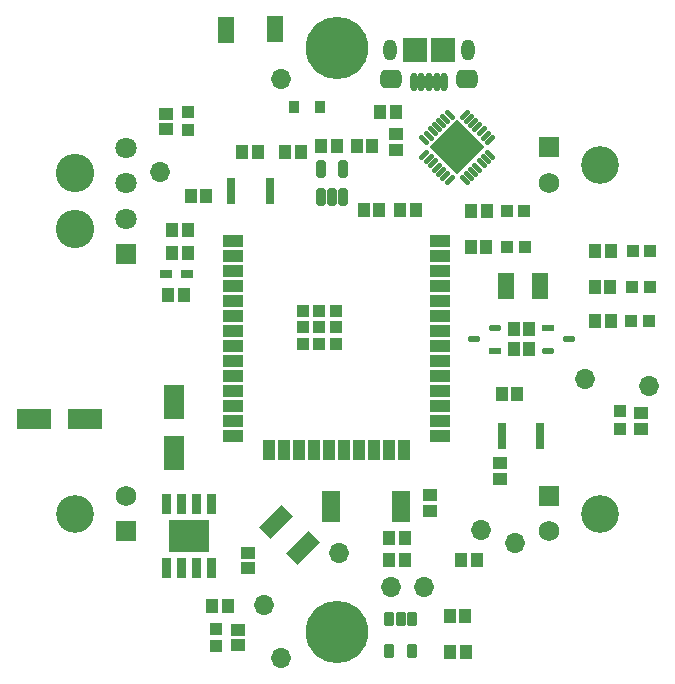
<source format=gts>
G04*
G04 #@! TF.GenerationSoftware,Altium Limited,Altium Designer,23.0.1 (38)*
G04*
G04 Layer_Color=8388736*
%FSLAX25Y25*%
%MOIN*%
G70*
G04*
G04 #@! TF.SameCoordinates,07299077-2F5B-483E-86E5-57BC813F48C1*
G04*
G04*
G04 #@! TF.FilePolarity,Negative*
G04*
G01*
G75*
%ADD29R,0.05512X0.08661*%
%ADD33R,0.04154X0.02057*%
G04:AMPARAMS|DCode=34|XSize=41.54mil|YSize=20.57mil|CornerRadius=10.29mil|HoleSize=0mil|Usage=FLASHONLY|Rotation=0.000|XOffset=0mil|YOffset=0mil|HoleType=Round|Shape=RoundedRectangle|*
%AMROUNDEDRECTD34*
21,1,0.04154,0.00000,0,0,0.0*
21,1,0.02098,0.02057,0,0,0.0*
1,1,0.02057,0.01049,0.00000*
1,1,0.02057,-0.01049,0.00000*
1,1,0.02057,-0.01049,0.00000*
1,1,0.02057,0.01049,0.00000*
%
%ADD34ROUNDEDRECTD34*%
%ADD48R,0.03950X0.03950*%
%ADD49R,0.03950X0.03950*%
%ADD50R,0.04737X0.04343*%
%ADD51R,0.04147X0.04540*%
%ADD52R,0.07099X0.11824*%
%ADD53R,0.04343X0.04343*%
%ADD54R,0.06706X0.04343*%
%ADD55R,0.04343X0.06706*%
%ADD56P,0.18559X4X360.0*%
%ADD57R,0.04343X0.04737*%
G04:AMPARAMS|DCode=58|XSize=15.87mil|YSize=41.47mil|CornerRadius=0mil|HoleSize=0mil|Usage=FLASHONLY|Rotation=45.000|XOffset=0mil|YOffset=0mil|HoleType=Round|Shape=Round|*
%AMOVALD58*
21,1,0.02559,0.01587,0.00000,0.00000,135.0*
1,1,0.01587,0.00905,-0.00905*
1,1,0.01587,-0.00905,0.00905*
%
%ADD58OVALD58*%

G04:AMPARAMS|DCode=59|XSize=15.87mil|YSize=41.47mil|CornerRadius=0mil|HoleSize=0mil|Usage=FLASHONLY|Rotation=315.000|XOffset=0mil|YOffset=0mil|HoleType=Round|Shape=Round|*
%AMOVALD59*
21,1,0.02559,0.01587,0.00000,0.00000,45.0*
1,1,0.01587,-0.00905,-0.00905*
1,1,0.01587,0.00905,0.00905*
%
%ADD59OVALD59*%

%ADD60R,0.11824X0.07099*%
%ADD61R,0.03261X0.04068*%
%ADD62R,0.04540X0.04147*%
%ADD63R,0.08280X0.07887*%
G04:AMPARAMS|DCode=64|XSize=70.99mil|YSize=63.12mil|CornerRadius=17.78mil|HoleSize=0mil|Usage=FLASHONLY|Rotation=180.000|XOffset=0mil|YOffset=0mil|HoleType=Round|Shape=RoundedRectangle|*
%AMROUNDEDRECTD64*
21,1,0.07099,0.02756,0,0,180.0*
21,1,0.03543,0.06312,0,0,180.0*
1,1,0.03556,-0.01772,0.01378*
1,1,0.03556,0.01772,0.01378*
1,1,0.03556,0.01772,-0.01378*
1,1,0.03556,-0.01772,-0.01378*
%
%ADD64ROUNDEDRECTD64*%
%ADD65O,0.02375X0.06115*%
%ADD66R,0.02965X0.08674*%
%ADD67R,0.03950X0.02769*%
G04:AMPARAMS|DCode=68|XSize=53.28mil|YSize=106.42mil|CornerRadius=0mil|HoleSize=0mil|Usage=FLASHONLY|Rotation=135.000|XOffset=0mil|YOffset=0mil|HoleType=Round|Shape=Rectangle|*
%AMROTATEDRECTD68*
4,1,4,0.05646,0.01879,-0.01879,-0.05646,-0.05646,-0.01879,0.01879,0.05646,0.05646,0.01879,0.0*
%
%ADD68ROTATEDRECTD68*%

%ADD69R,0.06312X0.02572*%
G04:AMPARAMS|DCode=70|XSize=31.62mil|YSize=47.37mil|CornerRadius=6.01mil|HoleSize=0mil|Usage=FLASHONLY|Rotation=0.000|XOffset=0mil|YOffset=0mil|HoleType=Round|Shape=RoundedRectangle|*
%AMROUNDEDRECTD70*
21,1,0.03162,0.03535,0,0,0.0*
21,1,0.01961,0.04737,0,0,0.0*
1,1,0.01202,0.00980,-0.01768*
1,1,0.01202,-0.00980,-0.01768*
1,1,0.01202,-0.00980,0.01768*
1,1,0.01202,0.00980,0.01768*
%
%ADD70ROUNDEDRECTD70*%
G04:AMPARAMS|DCode=71|XSize=61.15mil|YSize=31.62mil|CornerRadius=6.95mil|HoleSize=0mil|Usage=FLASHONLY|Rotation=90.000|XOffset=0mil|YOffset=0mil|HoleType=Round|Shape=RoundedRectangle|*
%AMROUNDEDRECTD71*
21,1,0.06115,0.01772,0,0,90.0*
21,1,0.04724,0.03162,0,0,90.0*
1,1,0.01391,0.00886,0.02362*
1,1,0.01391,0.00886,-0.02362*
1,1,0.01391,-0.00886,-0.02362*
1,1,0.01391,-0.00886,0.02362*
%
%ADD71ROUNDEDRECTD71*%
%ADD72O,0.06706X0.06706*%
%ADD73O,0.06706X0.06706*%
%ADD74R,0.06824X0.06824*%
%ADD75C,0.06824*%
%ADD76C,0.12611*%
%ADD77C,0.20800*%
%ADD78R,0.07119X0.07119*%
%ADD79C,0.07119*%
%ADD80C,0.12808*%
%ADD81O,0.04343X0.07099*%
%ADD82C,0.02769*%
G36*
X52855Y9833D02*
X52855Y9843D01*
X52857Y9854D01*
X52859Y9864D01*
X52861Y9874D01*
X52864Y9884D01*
X52867Y9893D01*
X52871Y9903D01*
X52876Y9912D01*
X52881Y9921D01*
X52886Y9930D01*
X52892Y9939D01*
X52898Y9947D01*
X52905Y9955D01*
X52912Y9962D01*
X52920Y9969D01*
X52927Y9976D01*
X52935Y9982D01*
X52944Y9988D01*
X52953Y9993D01*
X52962Y9998D01*
X52971Y10003D01*
X52981Y10007D01*
X52990Y10010D01*
X53000Y10013D01*
X53010Y10015D01*
X53020Y10017D01*
X53031Y10019D01*
X53041Y10019D01*
X53051Y10020D01*
X55571D01*
X55581Y10019D01*
X55591Y10019D01*
X55602Y10017D01*
X55612Y10015D01*
X55622Y10013D01*
X55632Y10010D01*
X55641Y10007D01*
X55651Y10003D01*
X55660Y9998D01*
X55669Y9993D01*
X55678Y9988D01*
X55687Y9982D01*
X55695Y9976D01*
X55703Y9969D01*
X55710Y9962D01*
X55717Y9955D01*
X55724Y9947D01*
X55730Y9939D01*
X55736Y9930D01*
X55741Y9921D01*
X55746Y9912D01*
X55751Y9903D01*
X55755Y9893D01*
X55758Y9884D01*
X55761Y9874D01*
X55763Y9864D01*
X55765Y9854D01*
X55767Y9843D01*
X55767Y9833D01*
X55768Y9823D01*
Y3563D01*
X55767Y3553D01*
X55767Y3542D01*
X55765Y3532D01*
X55763Y3522D01*
X55761Y3512D01*
X55758Y3502D01*
X55755Y3492D01*
X55751Y3483D01*
X55746Y3474D01*
X55741Y3465D01*
X55736Y3456D01*
X55730Y3447D01*
X55724Y3439D01*
X55717Y3431D01*
X55710Y3424D01*
X55703Y3417D01*
X55695Y3410D01*
X55687Y3404D01*
X55678Y3398D01*
X55669Y3393D01*
X55660Y3388D01*
X55651Y3383D01*
X55641Y3379D01*
X55632Y3376D01*
X55622Y3373D01*
X55612Y3370D01*
X55602Y3369D01*
X55591Y3367D01*
X55581Y3366D01*
X55571Y3366D01*
X53051Y3366D01*
X53041Y3366D01*
X53031Y3367D01*
X53020Y3369D01*
X53010Y3370D01*
X53000Y3373D01*
X52990Y3376D01*
X52981Y3379D01*
X52971Y3383D01*
X52962Y3388D01*
X52953Y3393D01*
X52944Y3398D01*
X52935Y3404D01*
X52927Y3410D01*
X52920Y3417D01*
X52912Y3424D01*
X52905Y3431D01*
X52898Y3439D01*
X52892Y3447D01*
X52886Y3456D01*
X52881Y3465D01*
X52876Y3474D01*
X52871Y3483D01*
X52867Y3492D01*
X52864Y3502D01*
X52861Y3512D01*
X52859Y3522D01*
X52857Y3532D01*
X52855Y3542D01*
X52855Y3553D01*
X52854Y3563D01*
X52854Y9823D01*
X52855Y9833D01*
D02*
G37*
G36*
X57855Y9833D02*
X57855Y9843D01*
X57857Y9854D01*
X57859Y9864D01*
X57861Y9874D01*
X57864Y9884D01*
X57867Y9893D01*
X57871Y9903D01*
X57876Y9912D01*
X57881Y9921D01*
X57886Y9930D01*
X57892Y9939D01*
X57898Y9947D01*
X57905Y9955D01*
X57912Y9962D01*
X57920Y9969D01*
X57927Y9976D01*
X57936Y9982D01*
X57944Y9988D01*
X57953Y9993D01*
X57962Y9998D01*
X57971Y10003D01*
X57981Y10007D01*
X57990Y10010D01*
X58000Y10013D01*
X58010Y10015D01*
X58020Y10017D01*
X58031Y10019D01*
X58041Y10019D01*
X58051Y10020D01*
X60571D01*
X60581Y10019D01*
X60591Y10019D01*
X60602Y10017D01*
X60612Y10015D01*
X60622Y10013D01*
X60632Y10010D01*
X60641Y10007D01*
X60651Y10003D01*
X60660Y9998D01*
X60669Y9993D01*
X60678Y9988D01*
X60687Y9982D01*
X60695Y9976D01*
X60703Y9969D01*
X60710Y9962D01*
X60717Y9955D01*
X60724Y9947D01*
X60730Y9939D01*
X60736Y9930D01*
X60741Y9921D01*
X60746Y9912D01*
X60751Y9903D01*
X60755Y9893D01*
X60758Y9884D01*
X60761Y9874D01*
X60763Y9864D01*
X60765Y9854D01*
X60767Y9843D01*
X60767Y9833D01*
X60768Y9823D01*
Y3563D01*
X60767Y3553D01*
X60767Y3542D01*
X60765Y3532D01*
X60763Y3522D01*
X60761Y3512D01*
X60758Y3502D01*
X60755Y3492D01*
X60751Y3483D01*
X60746Y3474D01*
X60741Y3465D01*
X60736Y3456D01*
X60730Y3447D01*
X60724Y3439D01*
X60717Y3431D01*
X60710Y3424D01*
X60703Y3417D01*
X60695Y3410D01*
X60687Y3404D01*
X60678Y3398D01*
X60669Y3393D01*
X60660Y3388D01*
X60651Y3383D01*
X60641Y3379D01*
X60632Y3376D01*
X60622Y3373D01*
X60612Y3370D01*
X60602Y3369D01*
X60591Y3367D01*
X60581Y3366D01*
X60571Y3366D01*
X58051Y3366D01*
X58041Y3366D01*
X58031Y3367D01*
X58020Y3369D01*
X58010Y3370D01*
X58000Y3373D01*
X57990Y3376D01*
X57981Y3379D01*
X57971Y3383D01*
X57962Y3388D01*
X57953Y3393D01*
X57944Y3398D01*
X57936Y3404D01*
X57927Y3410D01*
X57920Y3417D01*
X57912Y3424D01*
X57905Y3431D01*
X57898Y3439D01*
X57892Y3447D01*
X57886Y3456D01*
X57881Y3465D01*
X57876Y3474D01*
X57871Y3483D01*
X57867Y3492D01*
X57864Y3502D01*
X57861Y3512D01*
X57859Y3522D01*
X57857Y3532D01*
X57855Y3542D01*
X57855Y3553D01*
X57854Y3563D01*
Y9823D01*
X57855Y9833D01*
D02*
G37*
G36*
X62855D02*
X62855Y9843D01*
X62857Y9854D01*
X62859Y9864D01*
X62861Y9874D01*
X62864Y9884D01*
X62867Y9893D01*
X62871Y9903D01*
X62876Y9912D01*
X62881Y9921D01*
X62886Y9930D01*
X62892Y9939D01*
X62898Y9947D01*
X62905Y9955D01*
X62912Y9962D01*
X62919Y9969D01*
X62927Y9976D01*
X62936Y9982D01*
X62944Y9988D01*
X62953Y9993D01*
X62962Y9998D01*
X62971Y10003D01*
X62981Y10007D01*
X62990Y10010D01*
X63000Y10013D01*
X63010Y10015D01*
X63020Y10017D01*
X63031Y10019D01*
X63041Y10019D01*
X63051Y10020D01*
X65571Y10020D01*
X65581Y10019D01*
X65591Y10019D01*
X65602Y10017D01*
X65612Y10015D01*
X65622Y10013D01*
X65632Y10010D01*
X65641Y10007D01*
X65651Y10003D01*
X65660Y9998D01*
X65669Y9993D01*
X65678Y9988D01*
X65687Y9982D01*
X65695Y9976D01*
X65703Y9969D01*
X65710Y9962D01*
X65717Y9955D01*
X65724Y9947D01*
X65730Y9939D01*
X65736Y9930D01*
X65741Y9921D01*
X65746Y9912D01*
X65751Y9903D01*
X65755Y9893D01*
X65758Y9884D01*
X65761Y9874D01*
X65763Y9864D01*
X65765Y9854D01*
X65767Y9843D01*
X65767Y9833D01*
X65768Y9823D01*
X65768Y3563D01*
X65767Y3553D01*
X65767Y3542D01*
X65765Y3532D01*
X65763Y3522D01*
X65761Y3512D01*
X65758Y3502D01*
X65755Y3492D01*
X65751Y3483D01*
X65746Y3474D01*
X65741Y3465D01*
X65736Y3456D01*
X65730Y3447D01*
X65724Y3439D01*
X65717Y3431D01*
X65710Y3424D01*
X65703Y3417D01*
X65695Y3410D01*
X65687Y3404D01*
X65678Y3398D01*
X65669Y3393D01*
X65660Y3388D01*
X65651Y3383D01*
X65641Y3379D01*
X65632Y3376D01*
X65622Y3373D01*
X65612Y3370D01*
X65602Y3369D01*
X65591Y3367D01*
X65581Y3366D01*
X65571Y3366D01*
X63051Y3366D01*
X63041Y3366D01*
X63031Y3367D01*
X63020Y3369D01*
X63010Y3370D01*
X63000Y3373D01*
X62990Y3376D01*
X62981Y3379D01*
X62971Y3383D01*
X62962Y3388D01*
X62953Y3393D01*
X62944Y3398D01*
X62936Y3404D01*
X62927Y3410D01*
X62919Y3417D01*
X62912Y3424D01*
X62905Y3431D01*
X62898Y3439D01*
X62892Y3447D01*
X62886Y3456D01*
X62881Y3465D01*
X62876Y3474D01*
X62871Y3483D01*
X62867Y3492D01*
X62864Y3502D01*
X62861Y3512D01*
X62859Y3522D01*
X62857Y3532D01*
X62855Y3542D01*
X62855Y3553D01*
X62854Y3563D01*
Y9823D01*
X62855Y9833D01*
D02*
G37*
G36*
X67855Y9833D02*
X67855Y9843D01*
X67857Y9854D01*
X67859Y9864D01*
X67861Y9874D01*
X67864Y9884D01*
X67867Y9893D01*
X67871Y9903D01*
X67876Y9912D01*
X67881Y9921D01*
X67886Y9930D01*
X67892Y9939D01*
X67898Y9947D01*
X67905Y9955D01*
X67912Y9962D01*
X67919Y9969D01*
X67927Y9976D01*
X67936Y9982D01*
X67944Y9988D01*
X67953Y9993D01*
X67962Y9998D01*
X67971Y10003D01*
X67981Y10007D01*
X67990Y10010D01*
X68000Y10013D01*
X68010Y10015D01*
X68020Y10017D01*
X68031Y10019D01*
X68041Y10019D01*
X68051Y10020D01*
X70571D01*
X70581Y10019D01*
X70591Y10019D01*
X70602Y10017D01*
X70612Y10015D01*
X70622Y10013D01*
X70632Y10010D01*
X70641Y10007D01*
X70651Y10003D01*
X70660Y9998D01*
X70669Y9993D01*
X70678Y9988D01*
X70687Y9982D01*
X70695Y9976D01*
X70703Y9969D01*
X70710Y9962D01*
X70717Y9955D01*
X70724Y9947D01*
X70730Y9939D01*
X70736Y9930D01*
X70741Y9921D01*
X70746Y9912D01*
X70751Y9903D01*
X70755Y9893D01*
X70758Y9884D01*
X70761Y9874D01*
X70763Y9864D01*
X70765Y9854D01*
X70767Y9843D01*
X70767Y9833D01*
X70768Y9823D01*
X70768Y3563D01*
X70767Y3553D01*
X70767Y3542D01*
X70765Y3532D01*
X70763Y3522D01*
X70761Y3512D01*
X70758Y3502D01*
X70755Y3492D01*
X70751Y3483D01*
X70746Y3474D01*
X70741Y3465D01*
X70736Y3456D01*
X70730Y3447D01*
X70724Y3439D01*
X70717Y3431D01*
X70710Y3424D01*
X70703Y3417D01*
X70695Y3410D01*
X70687Y3404D01*
X70678Y3398D01*
X70669Y3393D01*
X70660Y3388D01*
X70651Y3383D01*
X70641Y3379D01*
X70632Y3376D01*
X70622Y3373D01*
X70612Y3370D01*
X70602Y3369D01*
X70591Y3367D01*
X70581Y3366D01*
X70571Y3366D01*
X68051D01*
X68041Y3366D01*
X68031Y3367D01*
X68020Y3369D01*
X68010Y3370D01*
X68000Y3373D01*
X67990Y3376D01*
X67981Y3379D01*
X67971Y3383D01*
X67962Y3388D01*
X67953Y3393D01*
X67944Y3398D01*
X67936Y3404D01*
X67927Y3410D01*
X67919Y3417D01*
X67912Y3424D01*
X67905Y3431D01*
X67898Y3439D01*
X67892Y3447D01*
X67886Y3456D01*
X67881Y3465D01*
X67876Y3474D01*
X67871Y3483D01*
X67867Y3492D01*
X67864Y3502D01*
X67861Y3512D01*
X67859Y3522D01*
X67857Y3532D01*
X67855Y3542D01*
X67855Y3553D01*
X67854Y3563D01*
Y9823D01*
X67855Y9833D01*
D02*
G37*
G36*
X70581Y31279D02*
X70591Y31278D01*
X70602Y31277D01*
X70612Y31275D01*
X70622Y31273D01*
X70632Y31270D01*
X70641Y31266D01*
X70651Y31262D01*
X70660Y31258D01*
X70669Y31253D01*
X70678Y31248D01*
X70687Y31242D01*
X70695Y31236D01*
X70703Y31229D01*
X70710Y31222D01*
X70717Y31214D01*
X70724Y31207D01*
X70730Y31198D01*
X70736Y31190D01*
X70741Y31181D01*
X70746Y31172D01*
X70751Y31163D01*
X70755Y31153D01*
X70758Y31144D01*
X70761Y31134D01*
X70763Y31124D01*
X70765Y31113D01*
X70767Y31103D01*
X70767Y31093D01*
X70768Y31083D01*
X70768Y24823D01*
X70767Y24813D01*
X70767Y24802D01*
X70765Y24792D01*
X70763Y24782D01*
X70761Y24772D01*
X70758Y24762D01*
X70755Y24752D01*
X70751Y24743D01*
X70746Y24734D01*
X70741Y24724D01*
X70736Y24716D01*
X70730Y24707D01*
X70724Y24699D01*
X70717Y24691D01*
X70710Y24684D01*
X70703Y24677D01*
X70695Y24670D01*
X70687Y24664D01*
X70678Y24658D01*
X70669Y24652D01*
X70660Y24647D01*
X70651Y24643D01*
X70641Y24639D01*
X70632Y24636D01*
X70622Y24633D01*
X70612Y24630D01*
X70602Y24628D01*
X70591Y24627D01*
X70581Y24626D01*
X70571Y24626D01*
X68051D01*
X68041Y24626D01*
X68031Y24627D01*
X68020Y24628D01*
X68010Y24630D01*
X68000Y24633D01*
X67990Y24636D01*
X67981Y24639D01*
X67971Y24643D01*
X67962Y24647D01*
X67953Y24652D01*
X67944Y24658D01*
X67936Y24664D01*
X67927Y24670D01*
X67919Y24677D01*
X67912Y24684D01*
X67905Y24691D01*
X67898Y24699D01*
X67892Y24707D01*
X67886Y24716D01*
X67881Y24724D01*
X67876Y24734D01*
X67871Y24743D01*
X67867Y24752D01*
X67864Y24762D01*
X67861Y24772D01*
X67859Y24782D01*
X67857Y24792D01*
X67855Y24802D01*
X67855Y24813D01*
X67854Y24823D01*
Y31083D01*
X67855Y31093D01*
X67855Y31103D01*
X67857Y31113D01*
X67859Y31124D01*
X67861Y31134D01*
X67864Y31144D01*
X67867Y31153D01*
X67871Y31163D01*
X67876Y31172D01*
X67881Y31181D01*
X67886Y31190D01*
X67892Y31198D01*
X67898Y31207D01*
X67905Y31214D01*
X67912Y31222D01*
X67919Y31229D01*
X67927Y31236D01*
X67936Y31242D01*
X67944Y31248D01*
X67953Y31253D01*
X67962Y31258D01*
X67971Y31262D01*
X67981Y31266D01*
X67990Y31270D01*
X68000Y31273D01*
X68010Y31275D01*
X68020Y31277D01*
X68031Y31278D01*
X68041Y31279D01*
X68051Y31280D01*
X70571D01*
X70581Y31279D01*
D02*
G37*
G36*
X65581Y31279D02*
X65591Y31278D01*
X65602Y31277D01*
X65612Y31275D01*
X65622Y31273D01*
X65632Y31270D01*
X65641Y31266D01*
X65651Y31262D01*
X65660Y31258D01*
X65669Y31253D01*
X65678Y31248D01*
X65687Y31242D01*
X65695Y31236D01*
X65703Y31229D01*
X65710Y31222D01*
X65717Y31214D01*
X65724Y31207D01*
X65730Y31198D01*
X65736Y31190D01*
X65741Y31181D01*
X65746Y31172D01*
X65751Y31163D01*
X65755Y31153D01*
X65758Y31144D01*
X65761Y31134D01*
X65763Y31124D01*
X65765Y31113D01*
X65767Y31103D01*
X65767Y31093D01*
X65768Y31083D01*
X65768Y24823D01*
X65767Y24813D01*
X65767Y24802D01*
X65765Y24792D01*
X65763Y24782D01*
X65761Y24772D01*
X65758Y24762D01*
X65755Y24752D01*
X65751Y24743D01*
X65746Y24734D01*
X65741Y24724D01*
X65736Y24716D01*
X65730Y24707D01*
X65724Y24699D01*
X65717Y24691D01*
X65710Y24684D01*
X65703Y24677D01*
X65695Y24670D01*
X65687Y24664D01*
X65678Y24658D01*
X65669Y24652D01*
X65660Y24647D01*
X65651Y24643D01*
X65641Y24639D01*
X65632Y24636D01*
X65622Y24633D01*
X65612Y24630D01*
X65602Y24628D01*
X65591Y24627D01*
X65581Y24626D01*
X65571Y24626D01*
X63051D01*
X63041Y24626D01*
X63031Y24627D01*
X63020Y24628D01*
X63010Y24630D01*
X63000Y24633D01*
X62990Y24636D01*
X62981Y24639D01*
X62971Y24643D01*
X62962Y24647D01*
X62953Y24652D01*
X62944Y24658D01*
X62936Y24664D01*
X62927Y24670D01*
X62919Y24677D01*
X62912Y24684D01*
X62905Y24691D01*
X62898Y24699D01*
X62892Y24707D01*
X62886Y24716D01*
X62881Y24724D01*
X62876Y24734D01*
X62871Y24743D01*
X62867Y24752D01*
X62864Y24762D01*
X62861Y24772D01*
X62859Y24782D01*
X62857Y24792D01*
X62855Y24802D01*
X62855Y24813D01*
X62854Y24823D01*
Y31083D01*
X62855Y31093D01*
X62855Y31103D01*
X62857Y31113D01*
X62859Y31124D01*
X62861Y31134D01*
X62864Y31144D01*
X62867Y31153D01*
X62871Y31163D01*
X62876Y31172D01*
X62881Y31181D01*
X62886Y31190D01*
X62892Y31198D01*
X62898Y31207D01*
X62905Y31214D01*
X62912Y31222D01*
X62919Y31229D01*
X62927Y31236D01*
X62936Y31242D01*
X62944Y31248D01*
X62953Y31253D01*
X62962Y31258D01*
X62971Y31262D01*
X62981Y31266D01*
X62990Y31270D01*
X63000Y31273D01*
X63010Y31275D01*
X63020Y31277D01*
X63031Y31278D01*
X63041Y31279D01*
X63051Y31280D01*
X65571Y31280D01*
X65581Y31279D01*
D02*
G37*
G36*
X60581Y31279D02*
X60591Y31278D01*
X60602Y31277D01*
X60612Y31275D01*
X60622Y31273D01*
X60632Y31270D01*
X60641Y31266D01*
X60651Y31262D01*
X60660Y31258D01*
X60669Y31253D01*
X60678Y31248D01*
X60687Y31242D01*
X60695Y31236D01*
X60703Y31229D01*
X60710Y31222D01*
X60717Y31214D01*
X60724Y31207D01*
X60730Y31198D01*
X60736Y31190D01*
X60741Y31181D01*
X60746Y31172D01*
X60751Y31163D01*
X60755Y31153D01*
X60758Y31144D01*
X60761Y31134D01*
X60763Y31124D01*
X60765Y31113D01*
X60767Y31103D01*
X60767Y31093D01*
X60768Y31083D01*
X60768Y24823D01*
X60767Y24813D01*
X60767Y24802D01*
X60765Y24792D01*
X60763Y24782D01*
X60761Y24772D01*
X60758Y24762D01*
X60755Y24752D01*
X60751Y24743D01*
X60746Y24734D01*
X60741Y24724D01*
X60736Y24716D01*
X60730Y24707D01*
X60724Y24699D01*
X60717Y24691D01*
X60710Y24684D01*
X60703Y24677D01*
X60695Y24670D01*
X60687Y24664D01*
X60678Y24658D01*
X60669Y24652D01*
X60660Y24647D01*
X60651Y24643D01*
X60641Y24639D01*
X60632Y24636D01*
X60622Y24633D01*
X60612Y24630D01*
X60602Y24628D01*
X60591Y24627D01*
X60581Y24626D01*
X60571Y24626D01*
X58051D01*
X58041Y24626D01*
X58031Y24627D01*
X58020Y24628D01*
X58010Y24630D01*
X58000Y24633D01*
X57990Y24636D01*
X57981Y24639D01*
X57971Y24643D01*
X57962Y24647D01*
X57953Y24652D01*
X57944Y24658D01*
X57936Y24664D01*
X57927Y24670D01*
X57920Y24677D01*
X57912Y24684D01*
X57905Y24691D01*
X57898Y24699D01*
X57892Y24707D01*
X57886Y24716D01*
X57881Y24724D01*
X57876Y24734D01*
X57871Y24743D01*
X57867Y24752D01*
X57864Y24762D01*
X57861Y24772D01*
X57859Y24782D01*
X57857Y24792D01*
X57855Y24802D01*
X57855Y24813D01*
X57854Y24823D01*
X57854Y31083D01*
X57855Y31093D01*
X57855Y31103D01*
X57857Y31113D01*
X57859Y31124D01*
X57861Y31134D01*
X57864Y31144D01*
X57867Y31153D01*
X57871Y31163D01*
X57876Y31172D01*
X57881Y31181D01*
X57886Y31190D01*
X57892Y31198D01*
X57898Y31207D01*
X57905Y31214D01*
X57912Y31222D01*
X57920Y31229D01*
X57927Y31236D01*
X57936Y31242D01*
X57944Y31248D01*
X57953Y31253D01*
X57962Y31258D01*
X57971Y31262D01*
X57981Y31266D01*
X57990Y31270D01*
X58000Y31273D01*
X58010Y31275D01*
X58020Y31277D01*
X58031Y31278D01*
X58041Y31279D01*
X58051Y31280D01*
X60571D01*
X60581Y31279D01*
D02*
G37*
G36*
X55581Y31279D02*
X55591Y31278D01*
X55602Y31277D01*
X55612Y31275D01*
X55622Y31273D01*
X55632Y31270D01*
X55641Y31266D01*
X55651Y31262D01*
X55660Y31258D01*
X55669Y31253D01*
X55678Y31248D01*
X55687Y31242D01*
X55695Y31236D01*
X55703Y31229D01*
X55710Y31222D01*
X55717Y31214D01*
X55724Y31207D01*
X55730Y31198D01*
X55736Y31190D01*
X55741Y31181D01*
X55746Y31172D01*
X55751Y31163D01*
X55755Y31153D01*
X55758Y31144D01*
X55761Y31134D01*
X55763Y31124D01*
X55765Y31113D01*
X55767Y31103D01*
X55767Y31093D01*
X55768Y31083D01*
X55768Y24823D01*
X55767Y24813D01*
X55767Y24802D01*
X55765Y24792D01*
X55763Y24782D01*
X55761Y24772D01*
X55758Y24762D01*
X55755Y24752D01*
X55751Y24743D01*
X55746Y24734D01*
X55741Y24724D01*
X55736Y24716D01*
X55730Y24707D01*
X55724Y24699D01*
X55717Y24691D01*
X55710Y24684D01*
X55703Y24677D01*
X55695Y24670D01*
X55687Y24664D01*
X55678Y24658D01*
X55669Y24652D01*
X55660Y24647D01*
X55651Y24643D01*
X55641Y24639D01*
X55632Y24636D01*
X55622Y24633D01*
X55612Y24630D01*
X55602Y24628D01*
X55591Y24627D01*
X55581Y24626D01*
X55571Y24626D01*
X53051D01*
X53041Y24626D01*
X53031Y24627D01*
X53020Y24628D01*
X53010Y24630D01*
X53000Y24633D01*
X52990Y24636D01*
X52981Y24639D01*
X52971Y24643D01*
X52962Y24647D01*
X52953Y24652D01*
X52944Y24658D01*
X52935Y24664D01*
X52927Y24670D01*
X52919Y24677D01*
X52912Y24684D01*
X52905Y24691D01*
X52898Y24699D01*
X52892Y24707D01*
X52886Y24716D01*
X52881Y24724D01*
X52876Y24734D01*
X52871Y24743D01*
X52867Y24752D01*
X52864Y24762D01*
X52861Y24772D01*
X52859Y24782D01*
X52857Y24792D01*
X52855Y24802D01*
X52855Y24813D01*
X52854Y24823D01*
Y31083D01*
X52855Y31093D01*
X52855Y31103D01*
X52857Y31113D01*
X52859Y31124D01*
X52861Y31134D01*
X52864Y31144D01*
X52867Y31153D01*
X52871Y31163D01*
X52876Y31172D01*
X52881Y31181D01*
X52886Y31190D01*
X52892Y31198D01*
X52898Y31207D01*
X52905Y31214D01*
X52912Y31222D01*
X52919Y31229D01*
X52927Y31236D01*
X52935Y31242D01*
X52944Y31248D01*
X52953Y31253D01*
X52962Y31258D01*
X52971Y31262D01*
X52981Y31266D01*
X52990Y31270D01*
X53000Y31273D01*
X53010Y31275D01*
X53020Y31277D01*
X53031Y31278D01*
X53041Y31279D01*
X53051Y31280D01*
X55571D01*
X55581Y31279D01*
D02*
G37*
G36*
X68504Y11988D02*
X55118Y11988D01*
Y22658D01*
X68504D01*
X68504Y11988D01*
D02*
G37*
D29*
X74016Y185827D02*
D03*
X178740Y100787D02*
D03*
X90551Y186221D02*
D03*
X167323Y100787D02*
D03*
D33*
X181496Y86614D02*
D03*
X163779Y79134D02*
D03*
D34*
X181496D02*
D03*
X188390Y82874D02*
D03*
X163779Y86614D02*
D03*
X156886Y82874D02*
D03*
D48*
X215551Y112205D02*
D03*
X209646D02*
D03*
X209449Y100394D02*
D03*
X215354D02*
D03*
X173622Y113779D02*
D03*
X167717D02*
D03*
X167618Y125591D02*
D03*
X173524D02*
D03*
X215158Y88976D02*
D03*
X209252D02*
D03*
D49*
X61417Y152756D02*
D03*
Y158661D02*
D03*
X70866Y-13583D02*
D03*
Y-19488D02*
D03*
X205512Y52953D02*
D03*
Y58858D02*
D03*
D50*
X165354Y41634D02*
D03*
Y36319D02*
D03*
X130709Y151181D02*
D03*
Y145866D02*
D03*
X142126Y30906D02*
D03*
Y25591D02*
D03*
X81496Y11811D02*
D03*
Y6496D02*
D03*
D51*
X117717Y147244D02*
D03*
X122835D02*
D03*
X197047Y100394D02*
D03*
X202165D02*
D03*
X170079Y86221D02*
D03*
X175197D02*
D03*
Y79528D02*
D03*
X170079D02*
D03*
X202362Y112205D02*
D03*
X197244D02*
D03*
X202362Y88976D02*
D03*
X197244D02*
D03*
X165945Y64567D02*
D03*
X171063D02*
D03*
X161024Y125591D02*
D03*
X155905D02*
D03*
X155709Y113779D02*
D03*
X160827D02*
D03*
X67520Y130709D02*
D03*
X62402D02*
D03*
X153740Y-9449D02*
D03*
X148622D02*
D03*
X133661Y16535D02*
D03*
X128543D02*
D03*
X125197Y125984D02*
D03*
X120079D02*
D03*
X111024Y147244D02*
D03*
X105905D02*
D03*
X74606Y-5906D02*
D03*
X69488D02*
D03*
D52*
X56693Y45079D02*
D03*
Y62008D02*
D03*
D53*
X110650Y81378D02*
D03*
X105138D02*
D03*
X99626D02*
D03*
X110650Y86890D02*
D03*
X105138D02*
D03*
X99626D02*
D03*
X110650Y92402D02*
D03*
X105138D02*
D03*
X99626D02*
D03*
D54*
X145492Y115787D02*
D03*
Y110787D02*
D03*
Y105787D02*
D03*
Y100787D02*
D03*
Y95787D02*
D03*
Y90787D02*
D03*
Y85787D02*
D03*
Y80787D02*
D03*
Y75787D02*
D03*
Y70787D02*
D03*
Y65787D02*
D03*
Y60787D02*
D03*
Y55787D02*
D03*
Y50787D02*
D03*
X76595D02*
D03*
Y55787D02*
D03*
Y60787D02*
D03*
Y65787D02*
D03*
Y70787D02*
D03*
Y75787D02*
D03*
Y80787D02*
D03*
Y85787D02*
D03*
Y90787D02*
D03*
Y95787D02*
D03*
Y100787D02*
D03*
Y105787D02*
D03*
Y110787D02*
D03*
Y115787D02*
D03*
D55*
X133563Y45866D02*
D03*
X128563D02*
D03*
X123563D02*
D03*
X118563D02*
D03*
X113563D02*
D03*
X108563D02*
D03*
X103563D02*
D03*
X98563D02*
D03*
X93563D02*
D03*
X88563D02*
D03*
D56*
X151181Y146850D02*
D03*
D57*
X130610Y158661D02*
D03*
X125295D02*
D03*
X99016Y145276D02*
D03*
X93701D02*
D03*
X54921Y97638D02*
D03*
X60236D02*
D03*
X56102Y119291D02*
D03*
X61417D02*
D03*
X56004Y111811D02*
D03*
X61319D02*
D03*
X84646Y145276D02*
D03*
X79331D02*
D03*
X148819Y-21260D02*
D03*
X154134D02*
D03*
X128543Y9449D02*
D03*
X133858D02*
D03*
X152461D02*
D03*
X157776D02*
D03*
X137303Y125984D02*
D03*
X131988D02*
D03*
D58*
X148606Y157777D02*
D03*
X147214Y156385D02*
D03*
X145822Y154993D02*
D03*
X144430Y153601D02*
D03*
X143038Y152209D02*
D03*
X141646Y150817D02*
D03*
X140254Y149425D02*
D03*
X153756Y135924D02*
D03*
X155148Y137316D02*
D03*
X156540Y138707D02*
D03*
X157932Y140100D02*
D03*
X159324Y141491D02*
D03*
X160716Y142883D02*
D03*
X162108Y144275D02*
D03*
D59*
X140254D02*
D03*
X141646Y142883D02*
D03*
X143038Y141491D02*
D03*
X144430Y140100D02*
D03*
X145822Y138707D02*
D03*
X147214Y137316D02*
D03*
X148606Y135924D02*
D03*
X162108Y149425D02*
D03*
X160716Y150817D02*
D03*
X159324Y152209D02*
D03*
X157932Y153601D02*
D03*
X156540Y154993D02*
D03*
X155148Y156385D02*
D03*
X153756Y157777D02*
D03*
D60*
X26969Y56299D02*
D03*
X10039D02*
D03*
D61*
X96801Y160236D02*
D03*
X105561D02*
D03*
D62*
X53937Y158071D02*
D03*
Y152953D02*
D03*
X77953Y-13976D02*
D03*
Y-19094D02*
D03*
X212598Y53150D02*
D03*
Y58268D02*
D03*
D63*
X137008Y179331D02*
D03*
X146457D02*
D03*
D64*
X129134Y169685D02*
D03*
X154331D02*
D03*
D65*
X141732Y168799D02*
D03*
X144291D02*
D03*
X146850D02*
D03*
X136614D02*
D03*
X139173D02*
D03*
D66*
X166043Y50787D02*
D03*
X178839D02*
D03*
X75886Y132283D02*
D03*
X88681D02*
D03*
D67*
X61024Y104724D02*
D03*
X53937D02*
D03*
D68*
X90891Y22101D02*
D03*
X99660Y13332D02*
D03*
D69*
X109252Y31004D02*
D03*
Y28445D02*
D03*
Y25886D02*
D03*
Y23327D02*
D03*
X132480Y31004D02*
D03*
Y28445D02*
D03*
Y25886D02*
D03*
Y23327D02*
D03*
D70*
X136024Y-21063D02*
D03*
X128543D02*
D03*
X128543Y-10236D02*
D03*
X132283D02*
D03*
X136024D02*
D03*
D71*
X105709Y130315D02*
D03*
X113189D02*
D03*
X109449D02*
D03*
X105709Y139646D02*
D03*
X113189D02*
D03*
D72*
X193701Y69685D02*
D03*
X86614Y-5512D02*
D03*
X111811Y11811D02*
D03*
X129134Y394D02*
D03*
X140157D02*
D03*
X159055Y19291D02*
D03*
X170472Y14961D02*
D03*
X92520Y169685D02*
D03*
D73*
X214961Y67323D02*
D03*
X51968Y138583D02*
D03*
X92520Y-23228D02*
D03*
D74*
X181811Y146850D02*
D03*
Y30709D02*
D03*
X40630Y18898D02*
D03*
D75*
X181811Y135039D02*
D03*
Y18898D02*
D03*
X40630Y30709D02*
D03*
D76*
X198819Y140945D02*
D03*
Y24803D02*
D03*
X23622D02*
D03*
D77*
X111043Y180118D02*
D03*
Y-14764D02*
D03*
D78*
X40630Y111221D02*
D03*
D79*
Y123031D02*
D03*
Y134843D02*
D03*
Y146653D02*
D03*
D80*
X23622Y138189D02*
D03*
Y119685D02*
D03*
D81*
X128740Y179331D02*
D03*
X154724D02*
D03*
D82*
X151181Y152975D02*
D03*
X154243Y149913D02*
D03*
X157306Y146850D02*
D03*
X148119Y149913D02*
D03*
X151181Y146850D02*
D03*
X154243Y143788D02*
D03*
X145057Y146850D02*
D03*
X148119Y143788D02*
D03*
X151181Y140726D02*
D03*
M02*

</source>
